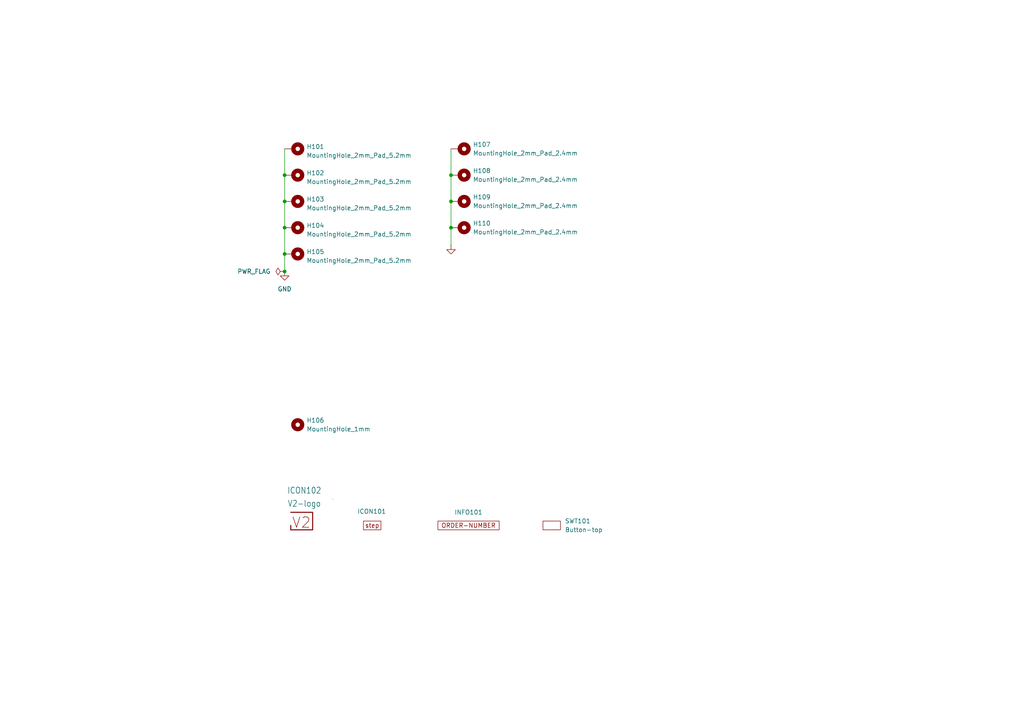
<source format=kicad_sch>
(kicad_sch (version 20231120) (generator "eeschema") (generator_version "8.0")
  (paper "A4")
  (title_block (title "V2 step") (date "2024-06-13") (rev "1") (company "Versio Duo") (comment 1 "cover"))
  (lib_symbols
    (symbol "V2_Artwork:Board_step" (in_bom no)
      (property "Reference" "ICON" (at 0 2.54 0))
      (symbol "Board_step_0_0"
        (rectangle (start -11.43 7.62) (end -11.43 7.62))
        (rectangle (start 2.54 -1.27) (end -2.54 1.27))
      )
      (symbol "Board_step_1_0"
        (text "step" (at 0 0 0) (effects (font (size 1.27 1.27))))
      )
    )
    (symbol "V2_Artwork:V2-logo" (in_bom no)
      (property "Reference" "ICON" (at -3.302 3.81 0))
      (symbol "V2-logo_1_0"
        (polyline (pts (xy -3.302 2.54) (xy 3.048 2.54) (xy 3.048 -2.54) (xy -3.302 -2.54) (xy -3.302 -1.27)) (stroke (width 0.3)))
        (text "V2" (at -0.2055 -0.4053 0) (effects (font (size 3 3))))
      )
    )
    (symbol "V2_Mechanical:MountingHole_1mm" (pin_names (offset 1.016)) (in_bom no)
      (property "Reference" "H" (at 0 5.08 0))
      (property "Value" "MountingHole_1mm" (at 0 3.175 0))
      (symbol "MountingHole_1mm_0_1"
        (circle (center 0 0) (radius 1.27) (stroke (width 1.27)))
      )
    )
    (symbol "V2_Mechanical:MountingHole_2mm_Pad_2.4mm" (pin_numbers hide) (pin_names (offset 1.016) hide) (in_bom no)
      (property "Reference" "H" (at 0 6.35 0))
      (property "Value" "MountingHole_2mm_Pad_2.4mm" (at 0 4.445 0))
      (symbol "MountingHole_2mm_Pad_2.4mm_0_1"
        (circle (center 0 1.27) (radius 1.27) (stroke (width 1.27)))
      )
      (symbol "MountingHole_2mm_Pad_2.4mm_1_1"
        (pin input line (at 0 -2.54 90) (length 2.54) (name "1") (number "1"))
      )
    )
    (symbol "V2_Mechanical:MountingHole_2mm_Pad_5.2mm" (pin_numbers hide) (pin_names (offset 1.016) hide) (in_bom no)
      (property "Reference" "H" (at 0 6.35 0))
      (property "Value" "MountingHole_2mm_Pad_5.2mm" (at 0 4.445 0))
      (symbol "MountingHole_2mm_Pad_5.2mm_0_1"
        (circle (center 0 1.27) (radius 1.27) (stroke (width 1.27)))
      )
      (symbol "MountingHole_2mm_Pad_5.2mm_1_1"
        (pin input line (at 0 -2.54 90) (length 2.54) (name "1") (number "1"))
      )
    )
    (symbol "V2_PCB_Devices:Button-top" (in_bom no)
      (property "Reference" "SWT1" (at 3.81 1.2701 0))
      (property "Value" "Button-top" (at 3.81 -1.2699 0))
      (symbol "Button-top_0_1"
        (rectangle (start -2.54 1.27) (end 2.54 -1.27))
      )
    )
    (symbol "V2_Production:Order_Number" (in_bom no)
      (property "Reference" "INFO" (at 0 2.54 0))
      (symbol "Order_Number_0_0"
        (text "ORDER-NUMBER" (at 0 0 0) (effects (font (size 1.27 1.27))))
      )
      (symbol "Order_Number_0_1"
        (rectangle (start -8.89 1.27) (end 8.89 -1.27))
      )
    )
    (symbol "power:GND" (power) (pin_numbers hide) (pin_names (offset 0) hide)
      (property "Value" "GND" (at 0 -3.81 0))
      (symbol "GND_0_1"
        (polyline (pts (xy 0 0) (xy 0 -1.27) (xy 1.27 -1.27) (xy 0 -2.54) (xy -1.27 -1.27) (xy 0 -1.27)))
      )
      (symbol "GND_1_1"
        (pin power_in line (at 0 0 270) (length 0) (name "~") (number "1"))
      )
    )
    (symbol "power:PWR_FLAG" (power) (pin_numbers hide) (pin_names (offset 0) hide)
      (property "Value" "PWR_FLAG" (at 0 3.81 0))
      (symbol "PWR_FLAG_0_0"
        (pin power_out line (at 0 0 90) (length 0) (name "~") (number "1"))
      )
      (symbol "PWR_FLAG_0_1"
        (polyline (pts (xy 0 0) (xy 0 1.27) (xy -1.016 1.905) (xy 0 2.54) (xy 1.016 1.905) (xy 0 1.27)))
      )
    )
  )
  (junction (at 82.55 66.04))
  (junction (at 130.81 66.04))
  (junction (at 130.81 58.42))
  (junction (at 82.55 73.66))
  (junction (at 82.55 50.8))
  (junction (at 82.55 58.42))
  (junction (at 82.55 78.74))
  (junction (at 130.81 50.8))
  (wire (pts (xy 82.55 43.18) (xy 82.55 50.8)))
  (wire (pts (xy 130.81 66.04) (xy 130.81 71.12)))
  (wire (pts (xy 82.55 73.66) (xy 82.55 78.74)))
  (wire (pts (xy 130.81 50.8) (xy 130.81 58.42)))
  (wire (pts (xy 82.55 66.04) (xy 82.55 73.66)))
  (wire (pts (xy 82.55 50.8) (xy 82.55 58.42)))
  (wire (pts (xy 130.81 58.42) (xy 130.81 66.04)))
  (wire (pts (xy 82.55 58.42) (xy 82.55 66.04)))
  (wire (pts (xy 130.81 43.18) (xy 130.81 50.8)))
  (symbol (lib_id "V2_Mechanical:MountingHole_2mm_Pad_2.4mm") (at 133.35 66.04 270) (unit 1) (in_bom no)
    (property "Reference" "H110" (at 137.16 64.7699 90) (effects (justify left)))
    (property "Value" "MountingHole_2mm_Pad_2.4mm" (at 137.16 67.3099 90) (effects (justify left)))
    (property "Footprint" "V2_Mechanical:MountingHole_2mm_Pad_2.4mm" (effects (hide yes)))
    (property "Description" "Mounting Hole with connection" (effects (hide yes)))
    (property "Sim.Enable" "0" (effects (hide yes)))
  )
  (symbol (lib_id "V2_Mechanical:MountingHole_2mm_Pad_2.4mm") (at 133.35 58.42 270) (unit 1) (in_bom no)
    (property "Reference" "H109" (at 137.16 57.1499 90) (effects (justify left)))
    (property "Value" "MountingHole_2mm_Pad_2.4mm" (at 137.16 59.6899 90) (effects (justify left)))
    (property "Footprint" "V2_Mechanical:MountingHole_2mm_Pad_2.4mm" (effects (hide yes)))
    (property "Description" "Mounting Hole with connection" (effects (hide yes)))
    (property "Sim.Enable" "0" (effects (hide yes)))
  )
  (symbol (lib_id "V2_Mechanical:MountingHole_2mm_Pad_5.2mm") (at 85.09 58.42 270) (unit 1) (in_bom no)
    (property "Reference" "H103" (at 88.9 57.785 90) (effects (justify left)))
    (property "Value" "MountingHole_2mm_Pad_5.2mm" (at 88.9 60.325 90) (effects (justify left)))
    (property "Footprint" "V2_Mechanical:MountingHole_2mm_Pad_5.2mm" (effects (hide yes)))
    (property "Description" "Mounting Hole with connection" (effects (hide yes)))
    (property "Sim.Enable" "0" (effects (hide yes)))
  )
  (symbol (lib_id "power:GND") (at 82.55 78.74 0) (unit 1)
    (property "Reference" "#PWR0101" (effects (hide yes)))
    (property "Value" "GND" (at 82.55 83.82 0))
    (property "Description" "Power symbol creates a global label with name \"GND\" , ground" (effects (hide yes)))
  )
  (symbol (lib_id "V2_Mechanical:MountingHole_2mm_Pad_2.4mm") (at 133.35 43.18 270) (unit 1) (in_bom no)
    (property "Reference" "H107" (at 137.16 41.9099 90) (effects (justify left)))
    (property "Value" "MountingHole_2mm_Pad_2.4mm" (at 137.16 44.4499 90) (effects (justify left)))
    (property "Footprint" "V2_Mechanical:MountingHole_2mm_Pad_2.4mm" (effects (hide yes)))
    (property "Description" "Mounting Hole with connection" (effects (hide yes)))
    (property "Sim.Enable" "0" (effects (hide yes)))
  )
  (symbol (lib_id "V2_Artwork:Board_step") (at 107.95 152.4 0) (unit 1) (in_bom no)
    (property "Reference" "ICON101" (at 103.632 148.336 0) (effects (justify left)))
    (property "Value" "Board_step" (effects (hide yes)))
    (property "Footprint" "V2_Artwork:Board_step_Small" (effects (hide yes)))
    (property "Sim.Enable" "0" (effects (hide yes)))
  )
  (symbol (lib_id "V2_Production:Order_Number") (at 135.89 152.4 0) (unit 1) (in_bom no)
    (property "Reference" "INFO101" (at 135.89 148.59 0))
    (property "Value" "Order_Number" (effects (hide yes)))
    (property "Footprint" "V2_Production:Order_Number" (effects (hide yes)))
    (property "Sim.Enable" "0" (effects (hide yes)))
  )
  (symbol (lib_id "V2_PCB_Devices:Button-top") (at 160.02 152.4 0) (unit 1) (in_bom no)
    (property "Reference" "SWT101" (at 163.83 151.1299 0) (effects (justify left)))
    (property "Value" "Button-top" (at 163.83 153.6699 0) (effects (justify left)))
    (property "Footprint" "V2_PCB_Devices:PCB_Button-top" (effects (hide yes)))
    (property "Sim.Enable" "0" (effects (hide yes)))
  )
  (symbol (lib_id "V2_Mechanical:MountingHole_2mm_Pad_5.2mm") (at 85.09 73.66 270) (unit 1) (in_bom no)
    (property "Reference" "H105" (at 88.9 73.025 90) (effects (justify left)))
    (property "Value" "MountingHole_2mm_Pad_5.2mm" (at 88.9 75.565 90) (effects (justify left)))
    (property "Footprint" "V2_Mechanical:MountingHole_2mm_Pad_5.2mm" (effects (hide yes)))
    (property "Description" "Mounting Hole with connection" (effects (hide yes)))
    (property "Sim.Enable" "0" (effects (hide yes)))
  )
  (symbol (lib_id "V2_Mechanical:MountingHole_2mm_Pad_5.2mm") (at 85.09 43.18 270) (unit 1) (in_bom no)
    (property "Reference" "H101" (at 88.9 42.545 90) (effects (justify left)))
    (property "Value" "MountingHole_2mm_Pad_5.2mm" (at 88.9 45.085 90) (effects (justify left)))
    (property "Footprint" "V2_Mechanical:MountingHole_2mm_Pad_5.2mm" (effects (hide yes)))
    (property "Description" "Mounting Hole with connection" (effects (hide yes)))
    (property "Sim.Enable" "0" (effects (hide yes)))
  )
  (symbol (lib_id "power:GND") (at 130.81 71.12 0) (unit 1)
    (property "Reference" "#PWR0102" (effects (hide yes)))
    (property "Value" "GND" (effects (hide yes)))
    (property "Description" "Power symbol creates a global label with name \"GND\" , ground" (effects (hide yes)))
  )
  (symbol (lib_id "V2_Mechanical:MountingHole_2mm_Pad_5.2mm") (at 85.09 50.8 270) (unit 1) (in_bom no)
    (property "Reference" "H102" (at 88.9 50.165 90) (effects (justify left)))
    (property "Value" "MountingHole_2mm_Pad_5.2mm" (at 88.9 52.705 90) (effects (justify left)))
    (property "Footprint" "V2_Mechanical:MountingHole_2mm_Pad_5.2mm" (effects (hide yes)))
    (property "Description" "Mounting Hole with connection" (effects (hide yes)))
    (property "Sim.Enable" "0" (effects (hide yes)))
  )
  (symbol (lib_id "V2_Mechanical:MountingHole_2mm_Pad_2.4mm") (at 133.35 50.8 270) (unit 1) (in_bom no)
    (property "Reference" "H108" (at 137.16 49.5299 90) (effects (justify left)))
    (property "Value" "MountingHole_2mm_Pad_2.4mm" (at 137.16 52.0699 90) (effects (justify left)))
    (property "Footprint" "V2_Mechanical:MountingHole_2mm_Pad_2.4mm" (effects (hide yes)))
    (property "Description" "Mounting Hole with connection" (effects (hide yes)))
    (property "Sim.Enable" "0" (effects (hide yes)))
  )
  (symbol (lib_id "power:PWR_FLAG") (at 82.55 78.74 90) (unit 1)
    (property "Reference" "#FLG0101" (effects (hide yes)))
    (property "Value" "PWR_FLAG" (at 73.66 78.74 90))
    (property "Description" "Special symbol for telling ERC where power comes from" (effects (hide yes)))
  )
  (symbol (lib_id "V2_Mechanical:MountingHole_1mm") (at 86.36 123.19 0) (unit 1) (in_bom no)
    (property "Reference" "H106" (at 88.9 121.9199 0) (effects (justify left)))
    (property "Value" "MountingHole_1mm" (at 88.9 124.4599 0) (effects (justify left)))
    (property "Footprint" "V2_Mechanical:MountingHole_1mm" (effects (hide yes)))
    (property "Description" "Mounting Hole without connection" (effects (hide yes)))
    (property "Sim.Enable" "0" (effects (hide yes)))
  )
  (symbol (lib_id "V2_Artwork:V2-logo") (at 87.63 151.13 0) (unit 1) (in_bom no)
    (property "Reference" "ICON102" (at 88.265 142.24 0) (effects (font (size 1.778 1.5113))))
    (property "Value" "V2-logo" (at 88.265 146.05 0) (effects (font (size 1.778 1.5113))))
    (property "Footprint" "V2_Artwork:Logo_Small" (effects (hide yes)))
    (property "Sim.Enable" "0" (effects (hide yes)))
  )
  (symbol (lib_id "V2_Mechanical:MountingHole_2mm_Pad_5.2mm") (at 85.09 66.04 270) (unit 1) (in_bom no)
    (property "Reference" "H104" (at 88.9 65.405 90) (effects (justify left)))
    (property "Value" "MountingHole_2mm_Pad_5.2mm" (at 88.9 67.945 90) (effects (justify left)))
    (property "Footprint" "V2_Mechanical:MountingHole_2mm_Pad_5.2mm" (effects (hide yes)))
    (property "Description" "Mounting Hole with connection" (effects (hide yes)))
    (property "Sim.Enable" "0" (effects (hide yes)))
  )
)
</source>
